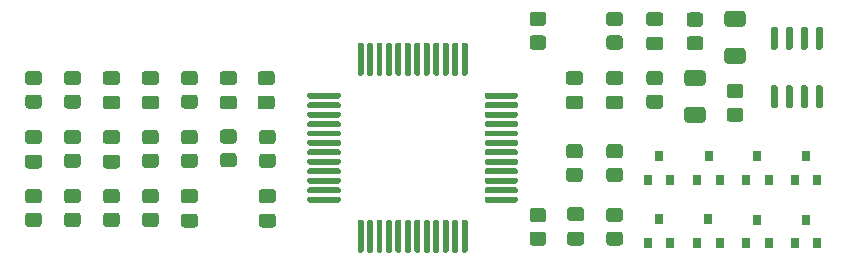
<source format=gbr>
G04 #@! TF.GenerationSoftware,KiCad,Pcbnew,5.1.9-73d0e3b20d~88~ubuntu18.04.1*
G04 #@! TF.CreationDate,2021-01-10T19:17:03-05:00*
G04 #@! TF.ProjectId,DolbyS_NR_HIC,446f6c62-7953-45f4-9e52-5f4849432e6b,2020-11-03*
G04 #@! TF.SameCoordinates,Original*
G04 #@! TF.FileFunction,Paste,Top*
G04 #@! TF.FilePolarity,Positive*
%FSLAX46Y46*%
G04 Gerber Fmt 4.6, Leading zero omitted, Abs format (unit mm)*
G04 Created by KiCad (PCBNEW 5.1.9-73d0e3b20d~88~ubuntu18.04.1) date 2021-01-10 19:17:03*
%MOMM*%
%LPD*%
G01*
G04 APERTURE LIST*
%ADD10R,0.800000X0.900000*%
G04 APERTURE END LIST*
G36*
G01*
X186049999Y-118000000D02*
X186950001Y-118000000D01*
G75*
G02*
X187200000Y-118249999I0J-249999D01*
G01*
X187200000Y-118950001D01*
G75*
G02*
X186950001Y-119200000I-249999J0D01*
G01*
X186049999Y-119200000D01*
G75*
G02*
X185800000Y-118950001I0J249999D01*
G01*
X185800000Y-118249999D01*
G75*
G02*
X186049999Y-118000000I249999J0D01*
G01*
G37*
G36*
G01*
X186049999Y-116000000D02*
X186950001Y-116000000D01*
G75*
G02*
X187200000Y-116249999I0J-249999D01*
G01*
X187200000Y-116950001D01*
G75*
G02*
X186950001Y-117200000I-249999J0D01*
G01*
X186049999Y-117200000D01*
G75*
G02*
X185800000Y-116950001I0J249999D01*
G01*
X185800000Y-116249999D01*
G75*
G02*
X186049999Y-116000000I249999J0D01*
G01*
G37*
G36*
G01*
X175500000Y-106625000D02*
X175500000Y-106375000D01*
G75*
G02*
X175625000Y-106250000I125000J0D01*
G01*
X178175000Y-106250000D01*
G75*
G02*
X178300000Y-106375000I0J-125000D01*
G01*
X178300000Y-106625000D01*
G75*
G02*
X178175000Y-106750000I-125000J0D01*
G01*
X175625000Y-106750000D01*
G75*
G02*
X175500000Y-106625000I0J125000D01*
G01*
G37*
G36*
G01*
X175500000Y-107425000D02*
X175500000Y-107175000D01*
G75*
G02*
X175625000Y-107050000I125000J0D01*
G01*
X178175000Y-107050000D01*
G75*
G02*
X178300000Y-107175000I0J-125000D01*
G01*
X178300000Y-107425000D01*
G75*
G02*
X178175000Y-107550000I-125000J0D01*
G01*
X175625000Y-107550000D01*
G75*
G02*
X175500000Y-107425000I0J125000D01*
G01*
G37*
G36*
G01*
X175500000Y-114625000D02*
X175500000Y-114375000D01*
G75*
G02*
X175625000Y-114250000I125000J0D01*
G01*
X178175000Y-114250000D01*
G75*
G02*
X178300000Y-114375000I0J-125000D01*
G01*
X178300000Y-114625000D01*
G75*
G02*
X178175000Y-114750000I-125000J0D01*
G01*
X175625000Y-114750000D01*
G75*
G02*
X175500000Y-114625000I0J125000D01*
G01*
G37*
G36*
G01*
X175500000Y-113025000D02*
X175500000Y-112775000D01*
G75*
G02*
X175625000Y-112650000I125000J0D01*
G01*
X178175000Y-112650000D01*
G75*
G02*
X178300000Y-112775000I0J-125000D01*
G01*
X178300000Y-113025000D01*
G75*
G02*
X178175000Y-113150000I-125000J0D01*
G01*
X175625000Y-113150000D01*
G75*
G02*
X175500000Y-113025000I0J125000D01*
G01*
G37*
G36*
G01*
X175500000Y-115425000D02*
X175500000Y-115175000D01*
G75*
G02*
X175625000Y-115050000I125000J0D01*
G01*
X178175000Y-115050000D01*
G75*
G02*
X178300000Y-115175000I0J-125000D01*
G01*
X178300000Y-115425000D01*
G75*
G02*
X178175000Y-115550000I-125000J0D01*
G01*
X175625000Y-115550000D01*
G75*
G02*
X175500000Y-115425000I0J125000D01*
G01*
G37*
G36*
G01*
X175500000Y-109825000D02*
X175500000Y-109575000D01*
G75*
G02*
X175625000Y-109450000I125000J0D01*
G01*
X178175000Y-109450000D01*
G75*
G02*
X178300000Y-109575000I0J-125000D01*
G01*
X178300000Y-109825000D01*
G75*
G02*
X178175000Y-109950000I-125000J0D01*
G01*
X175625000Y-109950000D01*
G75*
G02*
X175500000Y-109825000I0J125000D01*
G01*
G37*
G36*
G01*
X175500000Y-110625000D02*
X175500000Y-110375000D01*
G75*
G02*
X175625000Y-110250000I125000J0D01*
G01*
X178175000Y-110250000D01*
G75*
G02*
X178300000Y-110375000I0J-125000D01*
G01*
X178300000Y-110625000D01*
G75*
G02*
X178175000Y-110750000I-125000J0D01*
G01*
X175625000Y-110750000D01*
G75*
G02*
X175500000Y-110625000I0J125000D01*
G01*
G37*
G36*
G01*
X175500000Y-112225000D02*
X175500000Y-111975000D01*
G75*
G02*
X175625000Y-111850000I125000J0D01*
G01*
X178175000Y-111850000D01*
G75*
G02*
X178300000Y-111975000I0J-125000D01*
G01*
X178300000Y-112225000D01*
G75*
G02*
X178175000Y-112350000I-125000J0D01*
G01*
X175625000Y-112350000D01*
G75*
G02*
X175500000Y-112225000I0J125000D01*
G01*
G37*
G36*
G01*
X175500000Y-108225000D02*
X175500000Y-107975000D01*
G75*
G02*
X175625000Y-107850000I125000J0D01*
G01*
X178175000Y-107850000D01*
G75*
G02*
X178300000Y-107975000I0J-125000D01*
G01*
X178300000Y-108225000D01*
G75*
G02*
X178175000Y-108350000I-125000J0D01*
G01*
X175625000Y-108350000D01*
G75*
G02*
X175500000Y-108225000I0J125000D01*
G01*
G37*
G36*
G01*
X175500000Y-113825000D02*
X175500000Y-113575000D01*
G75*
G02*
X175625000Y-113450000I125000J0D01*
G01*
X178175000Y-113450000D01*
G75*
G02*
X178300000Y-113575000I0J-125000D01*
G01*
X178300000Y-113825000D01*
G75*
G02*
X178175000Y-113950000I-125000J0D01*
G01*
X175625000Y-113950000D01*
G75*
G02*
X175500000Y-113825000I0J125000D01*
G01*
G37*
G36*
G01*
X175500000Y-111425000D02*
X175500000Y-111175000D01*
G75*
G02*
X175625000Y-111050000I125000J0D01*
G01*
X178175000Y-111050000D01*
G75*
G02*
X178300000Y-111175000I0J-125000D01*
G01*
X178300000Y-111425000D01*
G75*
G02*
X178175000Y-111550000I-125000J0D01*
G01*
X175625000Y-111550000D01*
G75*
G02*
X175500000Y-111425000I0J125000D01*
G01*
G37*
G36*
G01*
X175500000Y-109025000D02*
X175500000Y-108775000D01*
G75*
G02*
X175625000Y-108650000I125000J0D01*
G01*
X178175000Y-108650000D01*
G75*
G02*
X178300000Y-108775000I0J-125000D01*
G01*
X178300000Y-109025000D01*
G75*
G02*
X178175000Y-109150000I-125000J0D01*
G01*
X175625000Y-109150000D01*
G75*
G02*
X175500000Y-109025000I0J125000D01*
G01*
G37*
G36*
G01*
X173675000Y-117000000D02*
X173925000Y-117000000D01*
G75*
G02*
X174050000Y-117125000I0J-125000D01*
G01*
X174050000Y-119675000D01*
G75*
G02*
X173925000Y-119800000I-125000J0D01*
G01*
X173675000Y-119800000D01*
G75*
G02*
X173550000Y-119675000I0J125000D01*
G01*
X173550000Y-117125000D01*
G75*
G02*
X173675000Y-117000000I125000J0D01*
G01*
G37*
G36*
G01*
X172875000Y-117000000D02*
X173125000Y-117000000D01*
G75*
G02*
X173250000Y-117125000I0J-125000D01*
G01*
X173250000Y-119675000D01*
G75*
G02*
X173125000Y-119800000I-125000J0D01*
G01*
X172875000Y-119800000D01*
G75*
G02*
X172750000Y-119675000I0J125000D01*
G01*
X172750000Y-117125000D01*
G75*
G02*
X172875000Y-117000000I125000J0D01*
G01*
G37*
G36*
G01*
X165675000Y-117000000D02*
X165925000Y-117000000D01*
G75*
G02*
X166050000Y-117125000I0J-125000D01*
G01*
X166050000Y-119675000D01*
G75*
G02*
X165925000Y-119800000I-125000J0D01*
G01*
X165675000Y-119800000D01*
G75*
G02*
X165550000Y-119675000I0J125000D01*
G01*
X165550000Y-117125000D01*
G75*
G02*
X165675000Y-117000000I125000J0D01*
G01*
G37*
G36*
G01*
X167275000Y-117000000D02*
X167525000Y-117000000D01*
G75*
G02*
X167650000Y-117125000I0J-125000D01*
G01*
X167650000Y-119675000D01*
G75*
G02*
X167525000Y-119800000I-125000J0D01*
G01*
X167275000Y-119800000D01*
G75*
G02*
X167150000Y-119675000I0J125000D01*
G01*
X167150000Y-117125000D01*
G75*
G02*
X167275000Y-117000000I125000J0D01*
G01*
G37*
G36*
G01*
X164875000Y-117000000D02*
X165125000Y-117000000D01*
G75*
G02*
X165250000Y-117125000I0J-125000D01*
G01*
X165250000Y-119675000D01*
G75*
G02*
X165125000Y-119800000I-125000J0D01*
G01*
X164875000Y-119800000D01*
G75*
G02*
X164750000Y-119675000I0J125000D01*
G01*
X164750000Y-117125000D01*
G75*
G02*
X164875000Y-117000000I125000J0D01*
G01*
G37*
G36*
G01*
X170475000Y-117000000D02*
X170725000Y-117000000D01*
G75*
G02*
X170850000Y-117125000I0J-125000D01*
G01*
X170850000Y-119675000D01*
G75*
G02*
X170725000Y-119800000I-125000J0D01*
G01*
X170475000Y-119800000D01*
G75*
G02*
X170350000Y-119675000I0J125000D01*
G01*
X170350000Y-117125000D01*
G75*
G02*
X170475000Y-117000000I125000J0D01*
G01*
G37*
G36*
G01*
X169675000Y-117000000D02*
X169925000Y-117000000D01*
G75*
G02*
X170050000Y-117125000I0J-125000D01*
G01*
X170050000Y-119675000D01*
G75*
G02*
X169925000Y-119800000I-125000J0D01*
G01*
X169675000Y-119800000D01*
G75*
G02*
X169550000Y-119675000I0J125000D01*
G01*
X169550000Y-117125000D01*
G75*
G02*
X169675000Y-117000000I125000J0D01*
G01*
G37*
G36*
G01*
X168075000Y-117000000D02*
X168325000Y-117000000D01*
G75*
G02*
X168450000Y-117125000I0J-125000D01*
G01*
X168450000Y-119675000D01*
G75*
G02*
X168325000Y-119800000I-125000J0D01*
G01*
X168075000Y-119800000D01*
G75*
G02*
X167950000Y-119675000I0J125000D01*
G01*
X167950000Y-117125000D01*
G75*
G02*
X168075000Y-117000000I125000J0D01*
G01*
G37*
G36*
G01*
X172075000Y-117000000D02*
X172325000Y-117000000D01*
G75*
G02*
X172450000Y-117125000I0J-125000D01*
G01*
X172450000Y-119675000D01*
G75*
G02*
X172325000Y-119800000I-125000J0D01*
G01*
X172075000Y-119800000D01*
G75*
G02*
X171950000Y-119675000I0J125000D01*
G01*
X171950000Y-117125000D01*
G75*
G02*
X172075000Y-117000000I125000J0D01*
G01*
G37*
G36*
G01*
X166475000Y-117000000D02*
X166725000Y-117000000D01*
G75*
G02*
X166850000Y-117125000I0J-125000D01*
G01*
X166850000Y-119675000D01*
G75*
G02*
X166725000Y-119800000I-125000J0D01*
G01*
X166475000Y-119800000D01*
G75*
G02*
X166350000Y-119675000I0J125000D01*
G01*
X166350000Y-117125000D01*
G75*
G02*
X166475000Y-117000000I125000J0D01*
G01*
G37*
G36*
G01*
X168875000Y-117000000D02*
X169125000Y-117000000D01*
G75*
G02*
X169250000Y-117125000I0J-125000D01*
G01*
X169250000Y-119675000D01*
G75*
G02*
X169125000Y-119800000I-125000J0D01*
G01*
X168875000Y-119800000D01*
G75*
G02*
X168750000Y-119675000I0J125000D01*
G01*
X168750000Y-117125000D01*
G75*
G02*
X168875000Y-117000000I125000J0D01*
G01*
G37*
G36*
G01*
X171275000Y-117000000D02*
X171525000Y-117000000D01*
G75*
G02*
X171650000Y-117125000I0J-125000D01*
G01*
X171650000Y-119675000D01*
G75*
G02*
X171525000Y-119800000I-125000J0D01*
G01*
X171275000Y-119800000D01*
G75*
G02*
X171150000Y-119675000I0J125000D01*
G01*
X171150000Y-117125000D01*
G75*
G02*
X171275000Y-117000000I125000J0D01*
G01*
G37*
G36*
G01*
X160500000Y-106625000D02*
X160500000Y-106375000D01*
G75*
G02*
X160625000Y-106250000I125000J0D01*
G01*
X163175000Y-106250000D01*
G75*
G02*
X163300000Y-106375000I0J-125000D01*
G01*
X163300000Y-106625000D01*
G75*
G02*
X163175000Y-106750000I-125000J0D01*
G01*
X160625000Y-106750000D01*
G75*
G02*
X160500000Y-106625000I0J125000D01*
G01*
G37*
G36*
G01*
X160500000Y-107425000D02*
X160500000Y-107175000D01*
G75*
G02*
X160625000Y-107050000I125000J0D01*
G01*
X163175000Y-107050000D01*
G75*
G02*
X163300000Y-107175000I0J-125000D01*
G01*
X163300000Y-107425000D01*
G75*
G02*
X163175000Y-107550000I-125000J0D01*
G01*
X160625000Y-107550000D01*
G75*
G02*
X160500000Y-107425000I0J125000D01*
G01*
G37*
G36*
G01*
X160500000Y-114625000D02*
X160500000Y-114375000D01*
G75*
G02*
X160625000Y-114250000I125000J0D01*
G01*
X163175000Y-114250000D01*
G75*
G02*
X163300000Y-114375000I0J-125000D01*
G01*
X163300000Y-114625000D01*
G75*
G02*
X163175000Y-114750000I-125000J0D01*
G01*
X160625000Y-114750000D01*
G75*
G02*
X160500000Y-114625000I0J125000D01*
G01*
G37*
G36*
G01*
X160500000Y-113025000D02*
X160500000Y-112775000D01*
G75*
G02*
X160625000Y-112650000I125000J0D01*
G01*
X163175000Y-112650000D01*
G75*
G02*
X163300000Y-112775000I0J-125000D01*
G01*
X163300000Y-113025000D01*
G75*
G02*
X163175000Y-113150000I-125000J0D01*
G01*
X160625000Y-113150000D01*
G75*
G02*
X160500000Y-113025000I0J125000D01*
G01*
G37*
G36*
G01*
X160500000Y-115425000D02*
X160500000Y-115175000D01*
G75*
G02*
X160625000Y-115050000I125000J0D01*
G01*
X163175000Y-115050000D01*
G75*
G02*
X163300000Y-115175000I0J-125000D01*
G01*
X163300000Y-115425000D01*
G75*
G02*
X163175000Y-115550000I-125000J0D01*
G01*
X160625000Y-115550000D01*
G75*
G02*
X160500000Y-115425000I0J125000D01*
G01*
G37*
G36*
G01*
X160500000Y-109825000D02*
X160500000Y-109575000D01*
G75*
G02*
X160625000Y-109450000I125000J0D01*
G01*
X163175000Y-109450000D01*
G75*
G02*
X163300000Y-109575000I0J-125000D01*
G01*
X163300000Y-109825000D01*
G75*
G02*
X163175000Y-109950000I-125000J0D01*
G01*
X160625000Y-109950000D01*
G75*
G02*
X160500000Y-109825000I0J125000D01*
G01*
G37*
G36*
G01*
X160500000Y-110625000D02*
X160500000Y-110375000D01*
G75*
G02*
X160625000Y-110250000I125000J0D01*
G01*
X163175000Y-110250000D01*
G75*
G02*
X163300000Y-110375000I0J-125000D01*
G01*
X163300000Y-110625000D01*
G75*
G02*
X163175000Y-110750000I-125000J0D01*
G01*
X160625000Y-110750000D01*
G75*
G02*
X160500000Y-110625000I0J125000D01*
G01*
G37*
G36*
G01*
X160500000Y-112225000D02*
X160500000Y-111975000D01*
G75*
G02*
X160625000Y-111850000I125000J0D01*
G01*
X163175000Y-111850000D01*
G75*
G02*
X163300000Y-111975000I0J-125000D01*
G01*
X163300000Y-112225000D01*
G75*
G02*
X163175000Y-112350000I-125000J0D01*
G01*
X160625000Y-112350000D01*
G75*
G02*
X160500000Y-112225000I0J125000D01*
G01*
G37*
G36*
G01*
X160500000Y-108225000D02*
X160500000Y-107975000D01*
G75*
G02*
X160625000Y-107850000I125000J0D01*
G01*
X163175000Y-107850000D01*
G75*
G02*
X163300000Y-107975000I0J-125000D01*
G01*
X163300000Y-108225000D01*
G75*
G02*
X163175000Y-108350000I-125000J0D01*
G01*
X160625000Y-108350000D01*
G75*
G02*
X160500000Y-108225000I0J125000D01*
G01*
G37*
G36*
G01*
X160500000Y-113825000D02*
X160500000Y-113575000D01*
G75*
G02*
X160625000Y-113450000I125000J0D01*
G01*
X163175000Y-113450000D01*
G75*
G02*
X163300000Y-113575000I0J-125000D01*
G01*
X163300000Y-113825000D01*
G75*
G02*
X163175000Y-113950000I-125000J0D01*
G01*
X160625000Y-113950000D01*
G75*
G02*
X160500000Y-113825000I0J125000D01*
G01*
G37*
G36*
G01*
X160500000Y-111425000D02*
X160500000Y-111175000D01*
G75*
G02*
X160625000Y-111050000I125000J0D01*
G01*
X163175000Y-111050000D01*
G75*
G02*
X163300000Y-111175000I0J-125000D01*
G01*
X163300000Y-111425000D01*
G75*
G02*
X163175000Y-111550000I-125000J0D01*
G01*
X160625000Y-111550000D01*
G75*
G02*
X160500000Y-111425000I0J125000D01*
G01*
G37*
G36*
G01*
X160500000Y-109025000D02*
X160500000Y-108775000D01*
G75*
G02*
X160625000Y-108650000I125000J0D01*
G01*
X163175000Y-108650000D01*
G75*
G02*
X163300000Y-108775000I0J-125000D01*
G01*
X163300000Y-109025000D01*
G75*
G02*
X163175000Y-109150000I-125000J0D01*
G01*
X160625000Y-109150000D01*
G75*
G02*
X160500000Y-109025000I0J125000D01*
G01*
G37*
G36*
G01*
X164875000Y-102000000D02*
X165125000Y-102000000D01*
G75*
G02*
X165250000Y-102125000I0J-125000D01*
G01*
X165250000Y-104675000D01*
G75*
G02*
X165125000Y-104800000I-125000J0D01*
G01*
X164875000Y-104800000D01*
G75*
G02*
X164750000Y-104675000I0J125000D01*
G01*
X164750000Y-102125000D01*
G75*
G02*
X164875000Y-102000000I125000J0D01*
G01*
G37*
G36*
G01*
X165675000Y-102000000D02*
X165925000Y-102000000D01*
G75*
G02*
X166050000Y-102125000I0J-125000D01*
G01*
X166050000Y-104675000D01*
G75*
G02*
X165925000Y-104800000I-125000J0D01*
G01*
X165675000Y-104800000D01*
G75*
G02*
X165550000Y-104675000I0J125000D01*
G01*
X165550000Y-102125000D01*
G75*
G02*
X165675000Y-102000000I125000J0D01*
G01*
G37*
G36*
G01*
X166475000Y-102000000D02*
X166725000Y-102000000D01*
G75*
G02*
X166850000Y-102125000I0J-125000D01*
G01*
X166850000Y-104675000D01*
G75*
G02*
X166725000Y-104800000I-125000J0D01*
G01*
X166475000Y-104800000D01*
G75*
G02*
X166350000Y-104675000I0J125000D01*
G01*
X166350000Y-102125000D01*
G75*
G02*
X166475000Y-102000000I125000J0D01*
G01*
G37*
G36*
G01*
X167275000Y-102000000D02*
X167525000Y-102000000D01*
G75*
G02*
X167650000Y-102125000I0J-125000D01*
G01*
X167650000Y-104675000D01*
G75*
G02*
X167525000Y-104800000I-125000J0D01*
G01*
X167275000Y-104800000D01*
G75*
G02*
X167150000Y-104675000I0J125000D01*
G01*
X167150000Y-102125000D01*
G75*
G02*
X167275000Y-102000000I125000J0D01*
G01*
G37*
G36*
G01*
X168075000Y-102000000D02*
X168325000Y-102000000D01*
G75*
G02*
X168450000Y-102125000I0J-125000D01*
G01*
X168450000Y-104675000D01*
G75*
G02*
X168325000Y-104800000I-125000J0D01*
G01*
X168075000Y-104800000D01*
G75*
G02*
X167950000Y-104675000I0J125000D01*
G01*
X167950000Y-102125000D01*
G75*
G02*
X168075000Y-102000000I125000J0D01*
G01*
G37*
G36*
G01*
X168875000Y-102000000D02*
X169125000Y-102000000D01*
G75*
G02*
X169250000Y-102125000I0J-125000D01*
G01*
X169250000Y-104675000D01*
G75*
G02*
X169125000Y-104800000I-125000J0D01*
G01*
X168875000Y-104800000D01*
G75*
G02*
X168750000Y-104675000I0J125000D01*
G01*
X168750000Y-102125000D01*
G75*
G02*
X168875000Y-102000000I125000J0D01*
G01*
G37*
G36*
G01*
X169675000Y-102000000D02*
X169925000Y-102000000D01*
G75*
G02*
X170050000Y-102125000I0J-125000D01*
G01*
X170050000Y-104675000D01*
G75*
G02*
X169925000Y-104800000I-125000J0D01*
G01*
X169675000Y-104800000D01*
G75*
G02*
X169550000Y-104675000I0J125000D01*
G01*
X169550000Y-102125000D01*
G75*
G02*
X169675000Y-102000000I125000J0D01*
G01*
G37*
G36*
G01*
X170475000Y-102000000D02*
X170725000Y-102000000D01*
G75*
G02*
X170850000Y-102125000I0J-125000D01*
G01*
X170850000Y-104675000D01*
G75*
G02*
X170725000Y-104800000I-125000J0D01*
G01*
X170475000Y-104800000D01*
G75*
G02*
X170350000Y-104675000I0J125000D01*
G01*
X170350000Y-102125000D01*
G75*
G02*
X170475000Y-102000000I125000J0D01*
G01*
G37*
G36*
G01*
X171275000Y-102000000D02*
X171525000Y-102000000D01*
G75*
G02*
X171650000Y-102125000I0J-125000D01*
G01*
X171650000Y-104675000D01*
G75*
G02*
X171525000Y-104800000I-125000J0D01*
G01*
X171275000Y-104800000D01*
G75*
G02*
X171150000Y-104675000I0J125000D01*
G01*
X171150000Y-102125000D01*
G75*
G02*
X171275000Y-102000000I125000J0D01*
G01*
G37*
G36*
G01*
X172075000Y-102000000D02*
X172325000Y-102000000D01*
G75*
G02*
X172450000Y-102125000I0J-125000D01*
G01*
X172450000Y-104675000D01*
G75*
G02*
X172325000Y-104800000I-125000J0D01*
G01*
X172075000Y-104800000D01*
G75*
G02*
X171950000Y-104675000I0J125000D01*
G01*
X171950000Y-102125000D01*
G75*
G02*
X172075000Y-102000000I125000J0D01*
G01*
G37*
G36*
G01*
X172875000Y-102000000D02*
X173125000Y-102000000D01*
G75*
G02*
X173250000Y-102125000I0J-125000D01*
G01*
X173250000Y-104675000D01*
G75*
G02*
X173125000Y-104800000I-125000J0D01*
G01*
X172875000Y-104800000D01*
G75*
G02*
X172750000Y-104675000I0J125000D01*
G01*
X172750000Y-102125000D01*
G75*
G02*
X172875000Y-102000000I125000J0D01*
G01*
G37*
G36*
G01*
X173675000Y-102000000D02*
X173925000Y-102000000D01*
G75*
G02*
X174050000Y-102125000I0J-125000D01*
G01*
X174050000Y-104675000D01*
G75*
G02*
X173925000Y-104800000I-125000J0D01*
G01*
X173675000Y-104800000D01*
G75*
G02*
X173550000Y-104675000I0J125000D01*
G01*
X173550000Y-102125000D01*
G75*
G02*
X173675000Y-102000000I125000J0D01*
G01*
G37*
D10*
X202730000Y-111640000D03*
X203680000Y-113640000D03*
X201780000Y-113640000D03*
X190260000Y-111620000D03*
X191210000Y-113620000D03*
X189310000Y-113620000D03*
X198600000Y-111640000D03*
X199550000Y-113640000D03*
X197650000Y-113640000D03*
X194470000Y-111600000D03*
X195420000Y-113600000D03*
X193520000Y-113600000D03*
G36*
G01*
X203685000Y-105600000D02*
X203985000Y-105600000D01*
G75*
G02*
X204135000Y-105750000I0J-150000D01*
G01*
X204135000Y-107400000D01*
G75*
G02*
X203985000Y-107550000I-150000J0D01*
G01*
X203685000Y-107550000D01*
G75*
G02*
X203535000Y-107400000I0J150000D01*
G01*
X203535000Y-105750000D01*
G75*
G02*
X203685000Y-105600000I150000J0D01*
G01*
G37*
G36*
G01*
X202415000Y-105600000D02*
X202715000Y-105600000D01*
G75*
G02*
X202865000Y-105750000I0J-150000D01*
G01*
X202865000Y-107400000D01*
G75*
G02*
X202715000Y-107550000I-150000J0D01*
G01*
X202415000Y-107550000D01*
G75*
G02*
X202265000Y-107400000I0J150000D01*
G01*
X202265000Y-105750000D01*
G75*
G02*
X202415000Y-105600000I150000J0D01*
G01*
G37*
G36*
G01*
X201145000Y-105600000D02*
X201445000Y-105600000D01*
G75*
G02*
X201595000Y-105750000I0J-150000D01*
G01*
X201595000Y-107400000D01*
G75*
G02*
X201445000Y-107550000I-150000J0D01*
G01*
X201145000Y-107550000D01*
G75*
G02*
X200995000Y-107400000I0J150000D01*
G01*
X200995000Y-105750000D01*
G75*
G02*
X201145000Y-105600000I150000J0D01*
G01*
G37*
G36*
G01*
X199875000Y-105600000D02*
X200175000Y-105600000D01*
G75*
G02*
X200325000Y-105750000I0J-150000D01*
G01*
X200325000Y-107400000D01*
G75*
G02*
X200175000Y-107550000I-150000J0D01*
G01*
X199875000Y-107550000D01*
G75*
G02*
X199725000Y-107400000I0J150000D01*
G01*
X199725000Y-105750000D01*
G75*
G02*
X199875000Y-105600000I150000J0D01*
G01*
G37*
G36*
G01*
X199875000Y-100650000D02*
X200175000Y-100650000D01*
G75*
G02*
X200325000Y-100800000I0J-150000D01*
G01*
X200325000Y-102450000D01*
G75*
G02*
X200175000Y-102600000I-150000J0D01*
G01*
X199875000Y-102600000D01*
G75*
G02*
X199725000Y-102450000I0J150000D01*
G01*
X199725000Y-100800000D01*
G75*
G02*
X199875000Y-100650000I150000J0D01*
G01*
G37*
G36*
G01*
X201145000Y-100650000D02*
X201445000Y-100650000D01*
G75*
G02*
X201595000Y-100800000I0J-150000D01*
G01*
X201595000Y-102450000D01*
G75*
G02*
X201445000Y-102600000I-150000J0D01*
G01*
X201145000Y-102600000D01*
G75*
G02*
X200995000Y-102450000I0J150000D01*
G01*
X200995000Y-100800000D01*
G75*
G02*
X201145000Y-100650000I150000J0D01*
G01*
G37*
G36*
G01*
X202415000Y-100650000D02*
X202715000Y-100650000D01*
G75*
G02*
X202865000Y-100800000I0J-150000D01*
G01*
X202865000Y-102450000D01*
G75*
G02*
X202715000Y-102600000I-150000J0D01*
G01*
X202415000Y-102600000D01*
G75*
G02*
X202265000Y-102450000I0J150000D01*
G01*
X202265000Y-100800000D01*
G75*
G02*
X202415000Y-100650000I150000J0D01*
G01*
G37*
G36*
G01*
X203685000Y-100650000D02*
X203985000Y-100650000D01*
G75*
G02*
X204135000Y-100800000I0J-150000D01*
G01*
X204135000Y-102450000D01*
G75*
G02*
X203985000Y-102600000I-150000J0D01*
G01*
X203685000Y-102600000D01*
G75*
G02*
X203535000Y-102450000I0J150000D01*
G01*
X203535000Y-100800000D01*
G75*
G02*
X203685000Y-100650000I150000J0D01*
G01*
G37*
G36*
G01*
X156649999Y-111400000D02*
X157550001Y-111400000D01*
G75*
G02*
X157800000Y-111649999I0J-249999D01*
G01*
X157800000Y-112350001D01*
G75*
G02*
X157550001Y-112600000I-249999J0D01*
G01*
X156649999Y-112600000D01*
G75*
G02*
X156400000Y-112350001I0J249999D01*
G01*
X156400000Y-111649999D01*
G75*
G02*
X156649999Y-111400000I249999J0D01*
G01*
G37*
G36*
G01*
X156649999Y-109400000D02*
X157550001Y-109400000D01*
G75*
G02*
X157800000Y-109649999I0J-249999D01*
G01*
X157800000Y-110350001D01*
G75*
G02*
X157550001Y-110600000I-249999J0D01*
G01*
X156649999Y-110600000D01*
G75*
G02*
X156400000Y-110350001I0J249999D01*
G01*
X156400000Y-109649999D01*
G75*
G02*
X156649999Y-109400000I249999J0D01*
G01*
G37*
G36*
G01*
X154250001Y-110550000D02*
X153349999Y-110550000D01*
G75*
G02*
X153100000Y-110300001I0J249999D01*
G01*
X153100000Y-109599999D01*
G75*
G02*
X153349999Y-109350000I249999J0D01*
G01*
X154250001Y-109350000D01*
G75*
G02*
X154500000Y-109599999I0J-249999D01*
G01*
X154500000Y-110300001D01*
G75*
G02*
X154250001Y-110550000I-249999J0D01*
G01*
G37*
G36*
G01*
X154250001Y-112550000D02*
X153349999Y-112550000D01*
G75*
G02*
X153100000Y-112300001I0J249999D01*
G01*
X153100000Y-111599999D01*
G75*
G02*
X153349999Y-111350000I249999J0D01*
G01*
X154250001Y-111350000D01*
G75*
G02*
X154500000Y-111599999I0J-249999D01*
G01*
X154500000Y-112300001D01*
G75*
G02*
X154250001Y-112550000I-249999J0D01*
G01*
G37*
G36*
G01*
X150950001Y-105600000D02*
X150049999Y-105600000D01*
G75*
G02*
X149800000Y-105350001I0J249999D01*
G01*
X149800000Y-104649999D01*
G75*
G02*
X150049999Y-104400000I249999J0D01*
G01*
X150950001Y-104400000D01*
G75*
G02*
X151200000Y-104649999I0J-249999D01*
G01*
X151200000Y-105350001D01*
G75*
G02*
X150950001Y-105600000I-249999J0D01*
G01*
G37*
G36*
G01*
X150950001Y-107600000D02*
X150049999Y-107600000D01*
G75*
G02*
X149800000Y-107350001I0J249999D01*
G01*
X149800000Y-106649999D01*
G75*
G02*
X150049999Y-106400000I249999J0D01*
G01*
X150950001Y-106400000D01*
G75*
G02*
X151200000Y-106649999I0J-249999D01*
G01*
X151200000Y-107350001D01*
G75*
G02*
X150950001Y-107600000I-249999J0D01*
G01*
G37*
G36*
G01*
X150950001Y-110600000D02*
X150049999Y-110600000D01*
G75*
G02*
X149800000Y-110350001I0J249999D01*
G01*
X149800000Y-109649999D01*
G75*
G02*
X150049999Y-109400000I249999J0D01*
G01*
X150950001Y-109400000D01*
G75*
G02*
X151200000Y-109649999I0J-249999D01*
G01*
X151200000Y-110350001D01*
G75*
G02*
X150950001Y-110600000I-249999J0D01*
G01*
G37*
G36*
G01*
X150950001Y-112600000D02*
X150049999Y-112600000D01*
G75*
G02*
X149800000Y-112350001I0J249999D01*
G01*
X149800000Y-111649999D01*
G75*
G02*
X150049999Y-111400000I249999J0D01*
G01*
X150950001Y-111400000D01*
G75*
G02*
X151200000Y-111649999I0J-249999D01*
G01*
X151200000Y-112350001D01*
G75*
G02*
X150950001Y-112600000I-249999J0D01*
G01*
G37*
G36*
G01*
X179549999Y-101400000D02*
X180450001Y-101400000D01*
G75*
G02*
X180700000Y-101649999I0J-249999D01*
G01*
X180700000Y-102350001D01*
G75*
G02*
X180450001Y-102600000I-249999J0D01*
G01*
X179549999Y-102600000D01*
G75*
G02*
X179300000Y-102350001I0J249999D01*
G01*
X179300000Y-101649999D01*
G75*
G02*
X179549999Y-101400000I249999J0D01*
G01*
G37*
G36*
G01*
X179549999Y-99400000D02*
X180450001Y-99400000D01*
G75*
G02*
X180700000Y-99649999I0J-249999D01*
G01*
X180700000Y-100350001D01*
G75*
G02*
X180450001Y-100600000I-249999J0D01*
G01*
X179549999Y-100600000D01*
G75*
G02*
X179300000Y-100350001I0J249999D01*
G01*
X179300000Y-99649999D01*
G75*
G02*
X179549999Y-99400000I249999J0D01*
G01*
G37*
G36*
G01*
X146749999Y-116400000D02*
X147650001Y-116400000D01*
G75*
G02*
X147900000Y-116649999I0J-249999D01*
G01*
X147900000Y-117350001D01*
G75*
G02*
X147650001Y-117600000I-249999J0D01*
G01*
X146749999Y-117600000D01*
G75*
G02*
X146500000Y-117350001I0J249999D01*
G01*
X146500000Y-116649999D01*
G75*
G02*
X146749999Y-116400000I249999J0D01*
G01*
G37*
G36*
G01*
X146749999Y-114400000D02*
X147650001Y-114400000D01*
G75*
G02*
X147900000Y-114649999I0J-249999D01*
G01*
X147900000Y-115350001D01*
G75*
G02*
X147650001Y-115600000I-249999J0D01*
G01*
X146749999Y-115600000D01*
G75*
G02*
X146500000Y-115350001I0J249999D01*
G01*
X146500000Y-114649999D01*
G75*
G02*
X146749999Y-114400000I249999J0D01*
G01*
G37*
G36*
G01*
X147650001Y-110600000D02*
X146749999Y-110600000D01*
G75*
G02*
X146500000Y-110350001I0J249999D01*
G01*
X146500000Y-109649999D01*
G75*
G02*
X146749999Y-109400000I249999J0D01*
G01*
X147650001Y-109400000D01*
G75*
G02*
X147900000Y-109649999I0J-249999D01*
G01*
X147900000Y-110350001D01*
G75*
G02*
X147650001Y-110600000I-249999J0D01*
G01*
G37*
G36*
G01*
X147650001Y-112600000D02*
X146749999Y-112600000D01*
G75*
G02*
X146500000Y-112350001I0J249999D01*
G01*
X146500000Y-111649999D01*
G75*
G02*
X146749999Y-111400000I249999J0D01*
G01*
X147650001Y-111400000D01*
G75*
G02*
X147900000Y-111649999I0J-249999D01*
G01*
X147900000Y-112350001D01*
G75*
G02*
X147650001Y-112600000I-249999J0D01*
G01*
G37*
G36*
G01*
X144350001Y-115600000D02*
X143449999Y-115600000D01*
G75*
G02*
X143200000Y-115350001I0J249999D01*
G01*
X143200000Y-114649999D01*
G75*
G02*
X143449999Y-114400000I249999J0D01*
G01*
X144350001Y-114400000D01*
G75*
G02*
X144600000Y-114649999I0J-249999D01*
G01*
X144600000Y-115350001D01*
G75*
G02*
X144350001Y-115600000I-249999J0D01*
G01*
G37*
G36*
G01*
X144350001Y-117600000D02*
X143449999Y-117600000D01*
G75*
G02*
X143200000Y-117350001I0J249999D01*
G01*
X143200000Y-116649999D01*
G75*
G02*
X143449999Y-116400000I249999J0D01*
G01*
X144350001Y-116400000D01*
G75*
G02*
X144600000Y-116649999I0J-249999D01*
G01*
X144600000Y-117350001D01*
G75*
G02*
X144350001Y-117600000I-249999J0D01*
G01*
G37*
G36*
G01*
X141050001Y-110600000D02*
X140149999Y-110600000D01*
G75*
G02*
X139900000Y-110350001I0J249999D01*
G01*
X139900000Y-109649999D01*
G75*
G02*
X140149999Y-109400000I249999J0D01*
G01*
X141050001Y-109400000D01*
G75*
G02*
X141300000Y-109649999I0J-249999D01*
G01*
X141300000Y-110350001D01*
G75*
G02*
X141050001Y-110600000I-249999J0D01*
G01*
G37*
G36*
G01*
X141050001Y-112600000D02*
X140149999Y-112600000D01*
G75*
G02*
X139900000Y-112350001I0J249999D01*
G01*
X139900000Y-111649999D01*
G75*
G02*
X140149999Y-111400000I249999J0D01*
G01*
X141050001Y-111400000D01*
G75*
G02*
X141300000Y-111649999I0J-249999D01*
G01*
X141300000Y-112350001D01*
G75*
G02*
X141050001Y-112600000I-249999J0D01*
G01*
G37*
G36*
G01*
X140149999Y-106400000D02*
X141050001Y-106400000D01*
G75*
G02*
X141300000Y-106649999I0J-249999D01*
G01*
X141300000Y-107350001D01*
G75*
G02*
X141050001Y-107600000I-249999J0D01*
G01*
X140149999Y-107600000D01*
G75*
G02*
X139900000Y-107350001I0J249999D01*
G01*
X139900000Y-106649999D01*
G75*
G02*
X140149999Y-106400000I249999J0D01*
G01*
G37*
G36*
G01*
X140149999Y-104400000D02*
X141050001Y-104400000D01*
G75*
G02*
X141300000Y-104649999I0J-249999D01*
G01*
X141300000Y-105350001D01*
G75*
G02*
X141050001Y-105600000I-249999J0D01*
G01*
X140149999Y-105600000D01*
G75*
G02*
X139900000Y-105350001I0J249999D01*
G01*
X139900000Y-104649999D01*
G75*
G02*
X140149999Y-104400000I249999J0D01*
G01*
G37*
G36*
G01*
X141050001Y-115600000D02*
X140149999Y-115600000D01*
G75*
G02*
X139900000Y-115350001I0J249999D01*
G01*
X139900000Y-114649999D01*
G75*
G02*
X140149999Y-114400000I249999J0D01*
G01*
X141050001Y-114400000D01*
G75*
G02*
X141300000Y-114649999I0J-249999D01*
G01*
X141300000Y-115350001D01*
G75*
G02*
X141050001Y-115600000I-249999J0D01*
G01*
G37*
G36*
G01*
X141050001Y-117600000D02*
X140149999Y-117600000D01*
G75*
G02*
X139900000Y-117350001I0J249999D01*
G01*
X139900000Y-116649999D01*
G75*
G02*
X140149999Y-116400000I249999J0D01*
G01*
X141050001Y-116400000D01*
G75*
G02*
X141300000Y-116649999I0J-249999D01*
G01*
X141300000Y-117350001D01*
G75*
G02*
X141050001Y-117600000I-249999J0D01*
G01*
G37*
G36*
G01*
X136849999Y-116400000D02*
X137750001Y-116400000D01*
G75*
G02*
X138000000Y-116649999I0J-249999D01*
G01*
X138000000Y-117350001D01*
G75*
G02*
X137750001Y-117600000I-249999J0D01*
G01*
X136849999Y-117600000D01*
G75*
G02*
X136600000Y-117350001I0J249999D01*
G01*
X136600000Y-116649999D01*
G75*
G02*
X136849999Y-116400000I249999J0D01*
G01*
G37*
G36*
G01*
X136849999Y-114400000D02*
X137750001Y-114400000D01*
G75*
G02*
X138000000Y-114649999I0J-249999D01*
G01*
X138000000Y-115350001D01*
G75*
G02*
X137750001Y-115600000I-249999J0D01*
G01*
X136849999Y-115600000D01*
G75*
G02*
X136600000Y-115350001I0J249999D01*
G01*
X136600000Y-114649999D01*
G75*
G02*
X136849999Y-114400000I249999J0D01*
G01*
G37*
G36*
G01*
X137750001Y-105600000D02*
X136849999Y-105600000D01*
G75*
G02*
X136600000Y-105350001I0J249999D01*
G01*
X136600000Y-104649999D01*
G75*
G02*
X136849999Y-104400000I249999J0D01*
G01*
X137750001Y-104400000D01*
G75*
G02*
X138000000Y-104649999I0J-249999D01*
G01*
X138000000Y-105350001D01*
G75*
G02*
X137750001Y-105600000I-249999J0D01*
G01*
G37*
G36*
G01*
X137750001Y-107600000D02*
X136849999Y-107600000D01*
G75*
G02*
X136600000Y-107350001I0J249999D01*
G01*
X136600000Y-106649999D01*
G75*
G02*
X136849999Y-106400000I249999J0D01*
G01*
X137750001Y-106400000D01*
G75*
G02*
X138000000Y-106649999I0J-249999D01*
G01*
X138000000Y-107350001D01*
G75*
G02*
X137750001Y-107600000I-249999J0D01*
G01*
G37*
G36*
G01*
X186950001Y-100600000D02*
X186049999Y-100600000D01*
G75*
G02*
X185800000Y-100350001I0J249999D01*
G01*
X185800000Y-99649999D01*
G75*
G02*
X186049999Y-99400000I249999J0D01*
G01*
X186950001Y-99400000D01*
G75*
G02*
X187200000Y-99649999I0J-249999D01*
G01*
X187200000Y-100350001D01*
G75*
G02*
X186950001Y-100600000I-249999J0D01*
G01*
G37*
G36*
G01*
X186950001Y-102600000D02*
X186049999Y-102600000D01*
G75*
G02*
X185800000Y-102350001I0J249999D01*
G01*
X185800000Y-101649999D01*
G75*
G02*
X186049999Y-101400000I249999J0D01*
G01*
X186950001Y-101400000D01*
G75*
G02*
X187200000Y-101649999I0J-249999D01*
G01*
X187200000Y-102350001D01*
G75*
G02*
X186950001Y-102600000I-249999J0D01*
G01*
G37*
G36*
G01*
X179549999Y-118000000D02*
X180450001Y-118000000D01*
G75*
G02*
X180700000Y-118249999I0J-249999D01*
G01*
X180700000Y-118950001D01*
G75*
G02*
X180450001Y-119200000I-249999J0D01*
G01*
X179549999Y-119200000D01*
G75*
G02*
X179300000Y-118950001I0J249999D01*
G01*
X179300000Y-118249999D01*
G75*
G02*
X179549999Y-118000000I249999J0D01*
G01*
G37*
G36*
G01*
X179549999Y-116000000D02*
X180450001Y-116000000D01*
G75*
G02*
X180700000Y-116249999I0J-249999D01*
G01*
X180700000Y-116950001D01*
G75*
G02*
X180450001Y-117200000I-249999J0D01*
G01*
X179549999Y-117200000D01*
G75*
G02*
X179300000Y-116950001I0J249999D01*
G01*
X179300000Y-116249999D01*
G75*
G02*
X179549999Y-116000000I249999J0D01*
G01*
G37*
G36*
G01*
X182649999Y-112600000D02*
X183550001Y-112600000D01*
G75*
G02*
X183800000Y-112849999I0J-249999D01*
G01*
X183800000Y-113550001D01*
G75*
G02*
X183550001Y-113800000I-249999J0D01*
G01*
X182649999Y-113800000D01*
G75*
G02*
X182400000Y-113550001I0J249999D01*
G01*
X182400000Y-112849999D01*
G75*
G02*
X182649999Y-112600000I249999J0D01*
G01*
G37*
G36*
G01*
X182649999Y-110600000D02*
X183550001Y-110600000D01*
G75*
G02*
X183800000Y-110849999I0J-249999D01*
G01*
X183800000Y-111550001D01*
G75*
G02*
X183550001Y-111800000I-249999J0D01*
G01*
X182649999Y-111800000D01*
G75*
G02*
X182400000Y-111550001I0J249999D01*
G01*
X182400000Y-110849999D01*
G75*
G02*
X182649999Y-110600000I249999J0D01*
G01*
G37*
G36*
G01*
X186049999Y-112600000D02*
X186950001Y-112600000D01*
G75*
G02*
X187200000Y-112849999I0J-249999D01*
G01*
X187200000Y-113550001D01*
G75*
G02*
X186950001Y-113800000I-249999J0D01*
G01*
X186049999Y-113800000D01*
G75*
G02*
X185800000Y-113550001I0J249999D01*
G01*
X185800000Y-112849999D01*
G75*
G02*
X186049999Y-112600000I249999J0D01*
G01*
G37*
G36*
G01*
X186049999Y-110600000D02*
X186950001Y-110600000D01*
G75*
G02*
X187200000Y-110849999I0J-249999D01*
G01*
X187200000Y-111550001D01*
G75*
G02*
X186950001Y-111800000I-249999J0D01*
G01*
X186049999Y-111800000D01*
G75*
G02*
X185800000Y-111550001I0J249999D01*
G01*
X185800000Y-110849999D01*
G75*
G02*
X186049999Y-110600000I249999J0D01*
G01*
G37*
G36*
G01*
X192849999Y-101450000D02*
X193750001Y-101450000D01*
G75*
G02*
X194000000Y-101699999I0J-249999D01*
G01*
X194000000Y-102400001D01*
G75*
G02*
X193750001Y-102650000I-249999J0D01*
G01*
X192849999Y-102650000D01*
G75*
G02*
X192600000Y-102400001I0J249999D01*
G01*
X192600000Y-101699999D01*
G75*
G02*
X192849999Y-101450000I249999J0D01*
G01*
G37*
G36*
G01*
X192849999Y-99450000D02*
X193750001Y-99450000D01*
G75*
G02*
X194000000Y-99699999I0J-249999D01*
G01*
X194000000Y-100400001D01*
G75*
G02*
X193750001Y-100650000I-249999J0D01*
G01*
X192849999Y-100650000D01*
G75*
G02*
X192600000Y-100400001I0J249999D01*
G01*
X192600000Y-99699999D01*
G75*
G02*
X192849999Y-99450000I249999J0D01*
G01*
G37*
G36*
G01*
X190350001Y-105600000D02*
X189449999Y-105600000D01*
G75*
G02*
X189200000Y-105350001I0J249999D01*
G01*
X189200000Y-104649999D01*
G75*
G02*
X189449999Y-104400000I249999J0D01*
G01*
X190350001Y-104400000D01*
G75*
G02*
X190600000Y-104649999I0J-249999D01*
G01*
X190600000Y-105350001D01*
G75*
G02*
X190350001Y-105600000I-249999J0D01*
G01*
G37*
G36*
G01*
X190350001Y-107600000D02*
X189449999Y-107600000D01*
G75*
G02*
X189200000Y-107350001I0J249999D01*
G01*
X189200000Y-106649999D01*
G75*
G02*
X189449999Y-106400000I249999J0D01*
G01*
X190350001Y-106400000D01*
G75*
G02*
X190600000Y-106649999I0J-249999D01*
G01*
X190600000Y-107350001D01*
G75*
G02*
X190350001Y-107600000I-249999J0D01*
G01*
G37*
G36*
G01*
X196249999Y-107500000D02*
X197150001Y-107500000D01*
G75*
G02*
X197400000Y-107749999I0J-249999D01*
G01*
X197400000Y-108450001D01*
G75*
G02*
X197150001Y-108700000I-249999J0D01*
G01*
X196249999Y-108700000D01*
G75*
G02*
X196000000Y-108450001I0J249999D01*
G01*
X196000000Y-107749999D01*
G75*
G02*
X196249999Y-107500000I249999J0D01*
G01*
G37*
G36*
G01*
X196249999Y-105500000D02*
X197150001Y-105500000D01*
G75*
G02*
X197400000Y-105749999I0J-249999D01*
G01*
X197400000Y-106450001D01*
G75*
G02*
X197150001Y-106700000I-249999J0D01*
G01*
X196249999Y-106700000D01*
G75*
G02*
X196000000Y-106450001I0J249999D01*
G01*
X196000000Y-105749999D01*
G75*
G02*
X196249999Y-105500000I249999J0D01*
G01*
G37*
X190270000Y-116960000D03*
X191220000Y-118960000D03*
X189320000Y-118960000D03*
X198600000Y-116980000D03*
X199550000Y-118980000D03*
X197650000Y-118980000D03*
X194450000Y-116970000D03*
X195400000Y-118970000D03*
X193500000Y-118970000D03*
X202690000Y-116980000D03*
X203640000Y-118980000D03*
X201740000Y-118980000D03*
G36*
G01*
X157575000Y-115587500D02*
X156625000Y-115587500D01*
G75*
G02*
X156375000Y-115337500I0J250000D01*
G01*
X156375000Y-114662500D01*
G75*
G02*
X156625000Y-114412500I250000J0D01*
G01*
X157575000Y-114412500D01*
G75*
G02*
X157825000Y-114662500I0J-250000D01*
G01*
X157825000Y-115337500D01*
G75*
G02*
X157575000Y-115587500I-250000J0D01*
G01*
G37*
G36*
G01*
X157575000Y-117662500D02*
X156625000Y-117662500D01*
G75*
G02*
X156375000Y-117412500I0J250000D01*
G01*
X156375000Y-116737500D01*
G75*
G02*
X156625000Y-116487500I250000J0D01*
G01*
X157575000Y-116487500D01*
G75*
G02*
X157825000Y-116737500I0J-250000D01*
G01*
X157825000Y-117412500D01*
G75*
G02*
X157575000Y-117662500I-250000J0D01*
G01*
G37*
G36*
G01*
X157475000Y-105587500D02*
X156525000Y-105587500D01*
G75*
G02*
X156275000Y-105337500I0J250000D01*
G01*
X156275000Y-104662500D01*
G75*
G02*
X156525000Y-104412500I250000J0D01*
G01*
X157475000Y-104412500D01*
G75*
G02*
X157725000Y-104662500I0J-250000D01*
G01*
X157725000Y-105337500D01*
G75*
G02*
X157475000Y-105587500I-250000J0D01*
G01*
G37*
G36*
G01*
X157475000Y-107662500D02*
X156525000Y-107662500D01*
G75*
G02*
X156275000Y-107412500I0J250000D01*
G01*
X156275000Y-106737500D01*
G75*
G02*
X156525000Y-106487500I250000J0D01*
G01*
X157475000Y-106487500D01*
G75*
G02*
X157725000Y-106737500I0J-250000D01*
G01*
X157725000Y-107412500D01*
G75*
G02*
X157475000Y-107662500I-250000J0D01*
G01*
G37*
G36*
G01*
X154275000Y-105587500D02*
X153325000Y-105587500D01*
G75*
G02*
X153075000Y-105337500I0J250000D01*
G01*
X153075000Y-104662500D01*
G75*
G02*
X153325000Y-104412500I250000J0D01*
G01*
X154275000Y-104412500D01*
G75*
G02*
X154525000Y-104662500I0J-250000D01*
G01*
X154525000Y-105337500D01*
G75*
G02*
X154275000Y-105587500I-250000J0D01*
G01*
G37*
G36*
G01*
X154275000Y-107662500D02*
X153325000Y-107662500D01*
G75*
G02*
X153075000Y-107412500I0J250000D01*
G01*
X153075000Y-106737500D01*
G75*
G02*
X153325000Y-106487500I250000J0D01*
G01*
X154275000Y-106487500D01*
G75*
G02*
X154525000Y-106737500I0J-250000D01*
G01*
X154525000Y-107412500D01*
G75*
G02*
X154275000Y-107662500I-250000J0D01*
G01*
G37*
G36*
G01*
X150025000Y-116487500D02*
X150975000Y-116487500D01*
G75*
G02*
X151225000Y-116737500I0J-250000D01*
G01*
X151225000Y-117412500D01*
G75*
G02*
X150975000Y-117662500I-250000J0D01*
G01*
X150025000Y-117662500D01*
G75*
G02*
X149775000Y-117412500I0J250000D01*
G01*
X149775000Y-116737500D01*
G75*
G02*
X150025000Y-116487500I250000J0D01*
G01*
G37*
G36*
G01*
X150025000Y-114412500D02*
X150975000Y-114412500D01*
G75*
G02*
X151225000Y-114662500I0J-250000D01*
G01*
X151225000Y-115337500D01*
G75*
G02*
X150975000Y-115587500I-250000J0D01*
G01*
X150025000Y-115587500D01*
G75*
G02*
X149775000Y-115337500I0J250000D01*
G01*
X149775000Y-114662500D01*
G75*
G02*
X150025000Y-114412500I250000J0D01*
G01*
G37*
G36*
G01*
X143425000Y-111487500D02*
X144375000Y-111487500D01*
G75*
G02*
X144625000Y-111737500I0J-250000D01*
G01*
X144625000Y-112412500D01*
G75*
G02*
X144375000Y-112662500I-250000J0D01*
G01*
X143425000Y-112662500D01*
G75*
G02*
X143175000Y-112412500I0J250000D01*
G01*
X143175000Y-111737500D01*
G75*
G02*
X143425000Y-111487500I250000J0D01*
G01*
G37*
G36*
G01*
X143425000Y-109412500D02*
X144375000Y-109412500D01*
G75*
G02*
X144625000Y-109662500I0J-250000D01*
G01*
X144625000Y-110337500D01*
G75*
G02*
X144375000Y-110587500I-250000J0D01*
G01*
X143425000Y-110587500D01*
G75*
G02*
X143175000Y-110337500I0J250000D01*
G01*
X143175000Y-109662500D01*
G75*
G02*
X143425000Y-109412500I250000J0D01*
G01*
G37*
G36*
G01*
X147675000Y-105587500D02*
X146725000Y-105587500D01*
G75*
G02*
X146475000Y-105337500I0J250000D01*
G01*
X146475000Y-104662500D01*
G75*
G02*
X146725000Y-104412500I250000J0D01*
G01*
X147675000Y-104412500D01*
G75*
G02*
X147925000Y-104662500I0J-250000D01*
G01*
X147925000Y-105337500D01*
G75*
G02*
X147675000Y-105587500I-250000J0D01*
G01*
G37*
G36*
G01*
X147675000Y-107662500D02*
X146725000Y-107662500D01*
G75*
G02*
X146475000Y-107412500I0J250000D01*
G01*
X146475000Y-106737500D01*
G75*
G02*
X146725000Y-106487500I250000J0D01*
G01*
X147675000Y-106487500D01*
G75*
G02*
X147925000Y-106737500I0J-250000D01*
G01*
X147925000Y-107412500D01*
G75*
G02*
X147675000Y-107662500I-250000J0D01*
G01*
G37*
G36*
G01*
X137775000Y-110587500D02*
X136825000Y-110587500D01*
G75*
G02*
X136575000Y-110337500I0J250000D01*
G01*
X136575000Y-109662500D01*
G75*
G02*
X136825000Y-109412500I250000J0D01*
G01*
X137775000Y-109412500D01*
G75*
G02*
X138025000Y-109662500I0J-250000D01*
G01*
X138025000Y-110337500D01*
G75*
G02*
X137775000Y-110587500I-250000J0D01*
G01*
G37*
G36*
G01*
X137775000Y-112662500D02*
X136825000Y-112662500D01*
G75*
G02*
X136575000Y-112412500I0J250000D01*
G01*
X136575000Y-111737500D01*
G75*
G02*
X136825000Y-111487500I250000J0D01*
G01*
X137775000Y-111487500D01*
G75*
G02*
X138025000Y-111737500I0J-250000D01*
G01*
X138025000Y-112412500D01*
G75*
G02*
X137775000Y-112662500I-250000J0D01*
G01*
G37*
G36*
G01*
X144375000Y-105587500D02*
X143425000Y-105587500D01*
G75*
G02*
X143175000Y-105337500I0J250000D01*
G01*
X143175000Y-104662500D01*
G75*
G02*
X143425000Y-104412500I250000J0D01*
G01*
X144375000Y-104412500D01*
G75*
G02*
X144625000Y-104662500I0J-250000D01*
G01*
X144625000Y-105337500D01*
G75*
G02*
X144375000Y-105587500I-250000J0D01*
G01*
G37*
G36*
G01*
X144375000Y-107662500D02*
X143425000Y-107662500D01*
G75*
G02*
X143175000Y-107412500I0J250000D01*
G01*
X143175000Y-106737500D01*
G75*
G02*
X143425000Y-106487500I250000J0D01*
G01*
X144375000Y-106487500D01*
G75*
G02*
X144625000Y-106737500I0J-250000D01*
G01*
X144625000Y-107412500D01*
G75*
G02*
X144375000Y-107662500I-250000J0D01*
G01*
G37*
G36*
G01*
X190375000Y-100587500D02*
X189425000Y-100587500D01*
G75*
G02*
X189175000Y-100337500I0J250000D01*
G01*
X189175000Y-99662500D01*
G75*
G02*
X189425000Y-99412500I250000J0D01*
G01*
X190375000Y-99412500D01*
G75*
G02*
X190625000Y-99662500I0J-250000D01*
G01*
X190625000Y-100337500D01*
G75*
G02*
X190375000Y-100587500I-250000J0D01*
G01*
G37*
G36*
G01*
X190375000Y-102662500D02*
X189425000Y-102662500D01*
G75*
G02*
X189175000Y-102412500I0J250000D01*
G01*
X189175000Y-101737500D01*
G75*
G02*
X189425000Y-101487500I250000J0D01*
G01*
X190375000Y-101487500D01*
G75*
G02*
X190625000Y-101737500I0J-250000D01*
G01*
X190625000Y-102412500D01*
G75*
G02*
X190375000Y-102662500I-250000J0D01*
G01*
G37*
G36*
G01*
X197350002Y-100662500D02*
X196049998Y-100662500D01*
G75*
G02*
X195800000Y-100412502I0J249998D01*
G01*
X195800000Y-99587498D01*
G75*
G02*
X196049998Y-99337500I249998J0D01*
G01*
X197350002Y-99337500D01*
G75*
G02*
X197600000Y-99587498I0J-249998D01*
G01*
X197600000Y-100412502D01*
G75*
G02*
X197350002Y-100662500I-249998J0D01*
G01*
G37*
G36*
G01*
X197350002Y-103787500D02*
X196049998Y-103787500D01*
G75*
G02*
X195800000Y-103537502I0J249998D01*
G01*
X195800000Y-102712498D01*
G75*
G02*
X196049998Y-102462500I249998J0D01*
G01*
X197350002Y-102462500D01*
G75*
G02*
X197600000Y-102712498I0J-249998D01*
G01*
X197600000Y-103537502D01*
G75*
G02*
X197350002Y-103787500I-249998J0D01*
G01*
G37*
G36*
G01*
X182725000Y-118012500D02*
X183675000Y-118012500D01*
G75*
G02*
X183925000Y-118262500I0J-250000D01*
G01*
X183925000Y-118937500D01*
G75*
G02*
X183675000Y-119187500I-250000J0D01*
G01*
X182725000Y-119187500D01*
G75*
G02*
X182475000Y-118937500I0J250000D01*
G01*
X182475000Y-118262500D01*
G75*
G02*
X182725000Y-118012500I250000J0D01*
G01*
G37*
G36*
G01*
X182725000Y-115937500D02*
X183675000Y-115937500D01*
G75*
G02*
X183925000Y-116187500I0J-250000D01*
G01*
X183925000Y-116862500D01*
G75*
G02*
X183675000Y-117112500I-250000J0D01*
G01*
X182725000Y-117112500D01*
G75*
G02*
X182475000Y-116862500I0J250000D01*
G01*
X182475000Y-116187500D01*
G75*
G02*
X182725000Y-115937500I250000J0D01*
G01*
G37*
G36*
G01*
X186975000Y-105587500D02*
X186025000Y-105587500D01*
G75*
G02*
X185775000Y-105337500I0J250000D01*
G01*
X185775000Y-104662500D01*
G75*
G02*
X186025000Y-104412500I250000J0D01*
G01*
X186975000Y-104412500D01*
G75*
G02*
X187225000Y-104662500I0J-250000D01*
G01*
X187225000Y-105337500D01*
G75*
G02*
X186975000Y-105587500I-250000J0D01*
G01*
G37*
G36*
G01*
X186975000Y-107662500D02*
X186025000Y-107662500D01*
G75*
G02*
X185775000Y-107412500I0J250000D01*
G01*
X185775000Y-106737500D01*
G75*
G02*
X186025000Y-106487500I250000J0D01*
G01*
X186975000Y-106487500D01*
G75*
G02*
X187225000Y-106737500I0J-250000D01*
G01*
X187225000Y-107412500D01*
G75*
G02*
X186975000Y-107662500I-250000J0D01*
G01*
G37*
G36*
G01*
X192649998Y-107462500D02*
X193950002Y-107462500D01*
G75*
G02*
X194200000Y-107712498I0J-249998D01*
G01*
X194200000Y-108537502D01*
G75*
G02*
X193950002Y-108787500I-249998J0D01*
G01*
X192649998Y-108787500D01*
G75*
G02*
X192400000Y-108537502I0J249998D01*
G01*
X192400000Y-107712498D01*
G75*
G02*
X192649998Y-107462500I249998J0D01*
G01*
G37*
G36*
G01*
X192649998Y-104337500D02*
X193950002Y-104337500D01*
G75*
G02*
X194200000Y-104587498I0J-249998D01*
G01*
X194200000Y-105412502D01*
G75*
G02*
X193950002Y-105662500I-249998J0D01*
G01*
X192649998Y-105662500D01*
G75*
G02*
X192400000Y-105412502I0J249998D01*
G01*
X192400000Y-104587498D01*
G75*
G02*
X192649998Y-104337500I249998J0D01*
G01*
G37*
G36*
G01*
X183575000Y-105587500D02*
X182625000Y-105587500D01*
G75*
G02*
X182375000Y-105337500I0J250000D01*
G01*
X182375000Y-104662500D01*
G75*
G02*
X182625000Y-104412500I250000J0D01*
G01*
X183575000Y-104412500D01*
G75*
G02*
X183825000Y-104662500I0J-250000D01*
G01*
X183825000Y-105337500D01*
G75*
G02*
X183575000Y-105587500I-250000J0D01*
G01*
G37*
G36*
G01*
X183575000Y-107662500D02*
X182625000Y-107662500D01*
G75*
G02*
X182375000Y-107412500I0J250000D01*
G01*
X182375000Y-106737500D01*
G75*
G02*
X182625000Y-106487500I250000J0D01*
G01*
X183575000Y-106487500D01*
G75*
G02*
X183825000Y-106737500I0J-250000D01*
G01*
X183825000Y-107412500D01*
G75*
G02*
X183575000Y-107662500I-250000J0D01*
G01*
G37*
M02*

</source>
